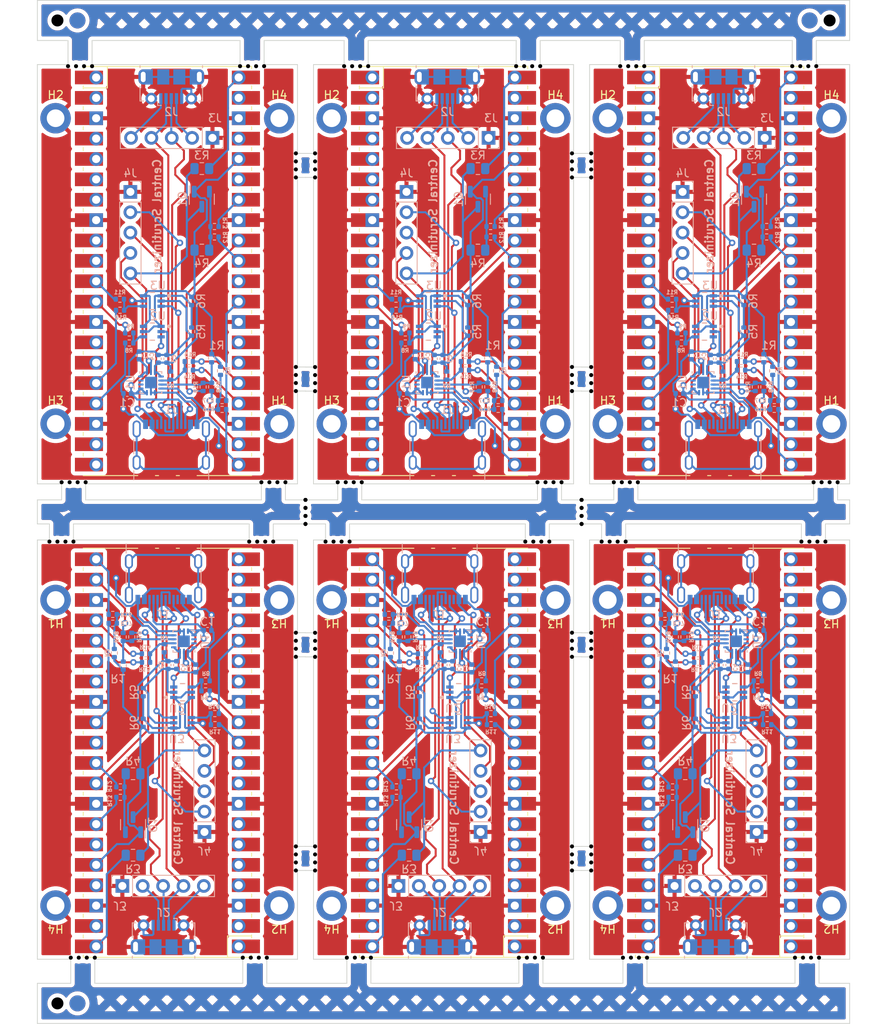
<source format=kicad_pcb>
(kicad_pcb (version 20211014) (generator pcbnew)

  (general
    (thickness 1.6)
  )

  (paper "A4")
  (layers
    (0 "F.Cu" signal)
    (31 "B.Cu" signal)
    (32 "B.Adhes" user "B.Adhesive")
    (33 "F.Adhes" user "F.Adhesive")
    (34 "B.Paste" user)
    (35 "F.Paste" user)
    (36 "B.SilkS" user "B.Silkscreen")
    (37 "F.SilkS" user "F.Silkscreen")
    (38 "B.Mask" user)
    (39 "F.Mask" user)
    (40 "Dwgs.User" user "User.Drawings")
    (41 "Cmts.User" user "User.Comments")
    (42 "Eco1.User" user "User.Eco1")
    (43 "Eco2.User" user "User.Eco2")
    (44 "Edge.Cuts" user)
    (45 "Margin" user)
    (46 "B.CrtYd" user "B.Courtyard")
    (47 "F.CrtYd" user "F.Courtyard")
    (48 "B.Fab" user)
    (49 "F.Fab" user)
    (50 "User.1" user)
    (51 "User.2" user)
    (52 "User.3" user)
    (53 "User.4" user)
    (54 "User.5" user)
    (55 "User.6" user)
    (56 "User.7" user)
    (57 "User.8" user)
    (58 "User.9" user)
  )

  (setup
    (stackup
      (layer "F.SilkS" (type "Top Silk Screen"))
      (layer "F.Paste" (type "Top Solder Paste"))
      (layer "F.Mask" (type "Top Solder Mask") (thickness 0.01))
      (layer "F.Cu" (type "copper") (thickness 0.035))
      (layer "dielectric 1" (type "core") (thickness 1.51) (material "FR4") (epsilon_r 4.5) (loss_tangent 0.02))
      (layer "B.Cu" (type "copper") (thickness 0.035))
      (layer "B.Mask" (type "Bottom Solder Mask") (thickness 0.01))
      (layer "B.Paste" (type "Bottom Solder Paste"))
      (layer "B.SilkS" (type "Bottom Silk Screen"))
      (copper_finish "None")
      (dielectric_constraints no)
    )
    (pad_to_mask_clearance 0)
    (aux_axis_origin 97.84 20)
    (grid_origin 97.84 20)
    (pcbplotparams
      (layerselection 0x00010fc_ffffffff)
      (disableapertmacros false)
      (usegerberextensions false)
      (usegerberattributes true)
      (usegerberadvancedattributes true)
      (creategerberjobfile true)
      (svguseinch false)
      (svgprecision 6)
      (excludeedgelayer true)
      (plotframeref false)
      (viasonmask false)
      (mode 1)
      (useauxorigin false)
      (hpglpennumber 1)
      (hpglpenspeed 20)
      (hpglpendiameter 15.000000)
      (dxfpolygonmode true)
      (dxfimperialunits true)
      (dxfusepcbnewfont true)
      (psnegative false)
      (psa4output false)
      (plotreference true)
      (plotvalue true)
      (plotinvisibletext false)
      (sketchpadsonfab false)
      (subtractmaskfromsilk false)
      (outputformat 1)
      (mirror false)
      (drillshape 1)
      (scaleselection 1)
      (outputdirectory "")
    )
  )

  (net 0 "")
  (net 1 "Board_0-1.2V")
  (net 2 "Board_0-3.3V")
  (net 3 "Board_0-5V")
  (net 4 "Board_0-ALT_HV_UART_RX")
  (net 5 "Board_0-ALT_HV_UART_TX")
  (net 6 "Board_0-ALT_I2C_SCL")
  (net 7 "Board_0-ALT_I2C_SDA")
  (net 8 "Board_0-ALT_INT_GPIO")
  (net 9 "Board_0-ALT_VBUS_3.3V")
  (net 10 "Board_0-CC1")
  (net 11 "Board_0-CC2")
  (net 12 "Board_0-GND")
  (net 13 "Board_0-HV_UART_RX")
  (net 14 "Board_0-HV_UART_TX")
  (net 15 "Board_0-I2C_SCL")
  (net 16 "Board_0-I2C_SDA")
  (net 17 "Board_0-INT_GPIO")
  (net 18 "Board_0-SEL_HV_UART_RX")
  (net 19 "Board_0-SEL_HV_UART_TX")
  (net 20 "Board_0-SEL_I2C_SCL")
  (net 21 "Board_0-SEL_I2C_SDA")
  (net 22 "Board_0-SEL_INT_GPIO")
  (net 23 "Board_0-SEL_VBUS_3.3V")
  (net 24 "Board_0-UART_RX")
  (net 25 "Board_0-UART_TX")
  (net 26 "Board_0-USB_DM")
  (net 27 "Board_0-USB_DP")
  (net 28 "Board_0-VBUS_3.3V")
  (net 29 "Board_0-VBUS_5V")
  (net 30 "Board_0-unconnected-(J1-PadB5)")
  (net 31 "Board_0-unconnected-(J1-PadS1)")
  (net 32 "Board_0-unconnected-(J2-Pad1)")
  (net 33 "Board_0-unconnected-(J2-Pad4)")
  (net 34 "Board_0-unconnected-(U1-Pad12)")
  (net 35 "Board_0-unconnected-(U1-Pad13)")
  (net 36 "Board_0-unconnected-(U4-Pad1)")
  (net 37 "Board_0-unconnected-(U4-Pad10)")
  (net 38 "Board_0-unconnected-(U4-Pad14)")
  (net 39 "Board_0-unconnected-(U4-Pad15)")
  (net 40 "Board_0-unconnected-(U4-Pad19)")
  (net 41 "Board_0-unconnected-(U4-Pad2)")
  (net 42 "Board_0-unconnected-(U4-Pad20)")
  (net 43 "Board_0-unconnected-(U4-Pad26)")
  (net 44 "Board_0-unconnected-(U4-Pad27)")
  (net 45 "Board_0-unconnected-(U4-Pad30)")
  (net 46 "Board_0-unconnected-(U4-Pad35)")
  (net 47 "Board_0-unconnected-(U4-Pad37)")
  (net 48 "Board_0-unconnected-(U4-Pad39)")
  (net 49 "Board_0-unconnected-(U4-Pad4)")
  (net 50 "Board_0-unconnected-(U4-Pad5)")
  (net 51 "Board_0-unconnected-(U4-Pad6)")
  (net 52 "Board_0-unconnected-(U4-Pad7)")
  (net 53 "Board_0-unconnected-(U4-Pad9)")
  (net 54 "Board_1-1.2V")
  (net 55 "Board_1-3.3V")
  (net 56 "Board_1-5V")
  (net 57 "Board_1-ALT_HV_UART_RX")
  (net 58 "Board_1-ALT_HV_UART_TX")
  (net 59 "Board_1-ALT_I2C_SCL")
  (net 60 "Board_1-ALT_I2C_SDA")
  (net 61 "Board_1-ALT_INT_GPIO")
  (net 62 "Board_1-ALT_VBUS_3.3V")
  (net 63 "Board_1-CC1")
  (net 64 "Board_1-CC2")
  (net 65 "Board_1-GND")
  (net 66 "Board_1-HV_UART_RX")
  (net 67 "Board_1-HV_UART_TX")
  (net 68 "Board_1-I2C_SCL")
  (net 69 "Board_1-I2C_SDA")
  (net 70 "Board_1-INT_GPIO")
  (net 71 "Board_1-SEL_HV_UART_RX")
  (net 72 "Board_1-SEL_HV_UART_TX")
  (net 73 "Board_1-SEL_I2C_SCL")
  (net 74 "Board_1-SEL_I2C_SDA")
  (net 75 "Board_1-SEL_INT_GPIO")
  (net 76 "Board_1-SEL_VBUS_3.3V")
  (net 77 "Board_1-UART_RX")
  (net 78 "Board_1-UART_TX")
  (net 79 "Board_1-USB_DM")
  (net 80 "Board_1-USB_DP")
  (net 81 "Board_1-VBUS_3.3V")
  (net 82 "Board_1-VBUS_5V")
  (net 83 "Board_1-unconnected-(J1-PadB5)")
  (net 84 "Board_1-unconnected-(J1-PadS1)")
  (net 85 "Board_1-unconnected-(J2-Pad1)")
  (net 86 "Board_1-unconnected-(J2-Pad4)")
  (net 87 "Board_1-unconnected-(U1-Pad12)")
  (net 88 "Board_1-unconnected-(U1-Pad13)")
  (net 89 "Board_1-unconnected-(U4-Pad1)")
  (net 90 "Board_1-unconnected-(U4-Pad10)")
  (net 91 "Board_1-unconnected-(U4-Pad14)")
  (net 92 "Board_1-unconnected-(U4-Pad15)")
  (net 93 "Board_1-unconnected-(U4-Pad19)")
  (net 94 "Board_1-unconnected-(U4-Pad2)")
  (net 95 "Board_1-unconnected-(U4-Pad20)")
  (net 96 "Board_1-unconnected-(U4-Pad26)")
  (net 97 "Board_1-unconnected-(U4-Pad27)")
  (net 98 "Board_1-unconnected-(U4-Pad30)")
  (net 99 "Board_1-unconnected-(U4-Pad35)")
  (net 100 "Board_1-unconnected-(U4-Pad37)")
  (net 101 "Board_1-unconnected-(U4-Pad39)")
  (net 102 "Board_1-unconnected-(U4-Pad4)")
  (net 103 "Board_1-unconnected-(U4-Pad5)")
  (net 104 "Board_1-unconnected-(U4-Pad6)")
  (net 105 "Board_1-unconnected-(U4-Pad7)")
  (net 106 "Board_1-unconnected-(U4-Pad9)")
  (net 107 "Board_2-1.2V")
  (net 108 "Board_2-3.3V")
  (net 109 "Board_2-5V")
  (net 110 "Board_2-ALT_HV_UART_RX")
  (net 111 "Board_2-ALT_HV_UART_TX")
  (net 112 "Board_2-ALT_I2C_SCL")
  (net 113 "Board_2-ALT_I2C_SDA")
  (net 114 "Board_2-ALT_INT_GPIO")
  (net 115 "Board_2-ALT_VBUS_3.3V")
  (net 116 "Board_2-CC1")
  (net 117 "Board_2-CC2")
  (net 118 "Board_2-GND")
  (net 119 "Board_2-HV_UART_RX")
  (net 120 "Board_2-HV_UART_TX")
  (net 121 "Board_2-I2C_SCL")
  (net 122 "Board_2-I2C_SDA")
  (net 123 "Board_2-INT_GPIO")
  (net 124 "Board_2-SEL_HV_UART_RX")
  (net 125 "Board_2-SEL_HV_UART_TX")
  (net 126 "Board_2-SEL_I2C_SCL")
  (net 127 "Board_2-SEL_I2C_SDA")
  (net 128 "Board_2-SEL_INT_GPIO")
  (net 129 "Board_2-SEL_VBUS_3.3V")
  (net 130 "Board_2-UART_RX")
  (net 131 "Board_2-UART_TX")
  (net 132 "Board_2-USB_DM")
  (net 133 "Board_2-USB_DP")
  (net 134 "Board_2-VBUS_3.3V")
  (net 135 "Board_2-VBUS_5V")
  (net 136 "Board_2-unconnected-(J1-PadB5)")
  (net 137 "Board_2-unconnected-(J1-PadS1)")
  (net 138 "Board_2-unconnected-(J2-Pad1)")
  (net 139 "Board_2-unconnected-(J2-Pad4)")
  (net 140 "Board_2-unconnected-(U1-Pad12)")
  (net 141 "Board_2-unconnected-(U1-Pad13)")
  (net 142 "Board_2-unconnected-(U4-Pad1)")
  (net 143 "Board_2-unconnected-(U4-Pad10)")
  (net 144 "Board_2-unconnected-(U4-Pad14)")
  (net 145 "Board_2-unconnected-(U4-Pad15)")
  (net 146 "Board_2-unconnected-(U4-Pad19)")
  (net 147 "Board_2-unconnected-(U4-Pad2)")
  (net 148 "Board_2-unconnected-(U4-Pad20)")
  (net 149 "Board_2-unconnected-(U4-Pad26)")
  (net 150 "Board_2-unconnected-(U4-Pad27)")
  (net 151 "Board_2-unconnected-(U4-Pad30)")
  (net 152 "Board_2-unconnected-(U4-Pad35)")
  (net 153 "Board_2-unconnected-(U4-Pad37)")
  (net 154 "Board_2-unconnected-(U4-Pad39)")
  (net 155 "Board_2-unconnected-(U4-Pad4)")
  (net 156 "Board_2-unconnected-(U4-Pad5)")
  (net 157 "Board_2-unconnected-(U4-Pad6)")
  (net 158 "Board_2-unconnected-(U4-Pad7)")
  (net 159 "Board_2-unconnected-(U4-Pad9)")
  (net 160 "Board_3-1.2V")
  (net 161 "Board_3-3.3V")
  (net 162 "Board_3-5V")
  (net 163 "Board_3-ALT_HV_UART_RX")
  (net 164 "Board_3-ALT_HV_UART_TX")
  (net 165 "Board_3-ALT_I2C_SCL")
  (net 166 "Board_3-ALT_I2C_SDA")
  (net 167 "Board_3-ALT_INT_GPIO")
  (net 168 "Board_3-ALT_VBUS_3.3V")
  (net 169 "Board_3-CC1")
  (net 170 "Board_3-CC2")
  (net 171 "Board_3-GND")
  (net 172 "Board_3-HV_UART_RX")
  (net 173 "Board_3-HV_UART_TX")
  (net 174 "Board_3-I2C_SCL")
  (net 175 "Board_3-I2C_SDA")
  (net 176 "Board_3-INT_GPIO")
  (net 177 "Board_3-SEL_HV_UART_RX")
  (net 178 "Board_3-SEL_HV_UART_TX")
  (net 179 "Board_3-SEL_I2C_SCL")
  (net 180 "Board_3-SEL_I2C_SDA")
  (net 181 "Board_3-SEL_INT_GPIO")
  (net 182 "Board_3-SEL_VBUS_3.3V")
  (net 183 "Board_3-UART_RX")
  (net 184 "Board_3-UART_TX")
  (net 185 "Board_3-USB_DM")
  (net 186 "Board_3-USB_DP")
  (net 187 "Board_3-VBUS_3.3V")
  (net 188 "Board_3-VBUS_5V")
  (net 189 "Board_3-unconnected-(J1-PadB5)")
  (net 190 "Board_3-unconnected-(J1-PadS1)")
  (net 191 "Board_3-unconnected-(J2-Pad1)")
  (net 192 "Board_3-unconnected-(J2-Pad4)")
  (net 193 "Board_3-unconnected-(U1-Pad12)")
  (net 194 "Board_3-unconnected-(U1-Pad13)")
  (net 195 "Board_3-unconnected-(U4-Pad1)")
  (net 196 "Board_3-unconnected-(U4-Pad10)")
  (net 197 "Board_3-unconnected-(U4-Pad14)")
  (net 198 "Board_3-unconnected-(U4-Pad15)")
  (net 199 "Board_3-unconnected-(U4-Pad19)")
  (net 200 "Board_3-unconnected-(U4-Pad2)")
  (net 201 "Board_3-unconnected-(U4-Pad20)")
  (net 202 "Board_3-unconnected-(U4-Pad26)")
  (net 203 "Board_3-unconnected-(U4-Pad27)")
  (net 204 "Board_3-unconnected-(U4-Pad30)")
  (net 205 "Board_3-unconnected-(U4-Pad35)")
  (net 206 "Board_3-unconnected-(U4-Pad37)")
  (net 207 "Board_3-unconnected-(U4-Pad39)")
  (net 208 "Board_3-unconnected-(U4-Pad4)")
  (net 209 "Board_3-unconnected-(U4-Pad5)")
  (net 210 "Board_3-unconnected-(U4-Pad6)")
  (net 211 "Board_3-unconnected-(U4-Pad7)")
  (net 212 "Board_3-unconnected-(U4-Pad9)")
  (net 213 "Board_4-1.2V")
  (net 214 "Board_4-3.3V")
  (net 215 "Board_4-5V")
  (net 216 "Board_4-ALT_HV_UART_RX")
  (net 217 "Board_4-ALT_HV_UART_TX")
  (net 218 "Board_4-ALT_I2C_SCL")
  (net 219 "Board_4-ALT_I2C_SDA")
  (net 220 "Board_4-ALT_INT_GPIO")
  (net 221 "Board_4-ALT_VBUS_3.3V")
  (net 222 "Board_4-CC1")
  (net 223 "Board_4-CC2")
  (net 224 "Board_4-GND")
  (net 225 "Board_4-HV_UART_RX")
  (net 226 "Board_4-HV_UART_TX")
  (net 227 "Board_4-I2C_SCL")
  (net 228 "Board_4-I2C_SDA")
  (net 229 "Board_4-INT_GPIO")
  (net 230 "Board_4-SEL_HV_UART_RX")
  (net 231 "Board_4-SEL_HV_UART_TX")
  (net 232 "Board_4-SEL_I2C_SCL")
  (net 233 "Board_4-SEL_I2C_SDA")
  (net 234 "Board_4-SEL_INT_GPIO")
  (net 235 "Board_4-SEL_VBUS_3.3V")
  (net 236 "Board_4-UART_RX")
  (net 237 "Board_4-UART_TX")
  (net 238 "Board_4-USB_DM")
  (net 239 "Board_4-USB_DP")
  (net 240 "Board_4-VBUS_3.3V")
  (net 241 "Board_4-VBUS_5V")
  (net 242 "Board_4-unconnected-(J1-PadB5)")
  (net 243 "Board_4-unconnected-(J1-PadS1)")
  (net 244 "Board_4-unconnected-(J2-Pad1)")
  (net 245 "Board_4-unconnected-(J2-Pad4)")
  (net 246 "Board_4-unconnected-(U1-Pad12)")
  (net 247 "Board_4-unconnected-(U1-Pad13)")
  (net 248 "Board_4-unconnected-(U4-Pad1)")
  (net 249 "Board_4-unconnected-(U4-Pad10)")
  (net 250 "Board_4-unconnected-(U4-Pad14)")
  (net 251 "Board_4-unconnected-(U4-Pad15)")
  (net 252 "Board_4-unconnected-(U4-Pad19)")
  (net 253 "Board_4-unconnected-(U4-Pad2)")
  (net 254 "Board_4-unconnected-(U4-Pad20)")
  (net 255 "Board_4-unconnected-(U4-Pad26)")
  (net 256 "Board_4-unconnected-(U4-Pad27)")
  (net 257 "Board_4-unconnected-(U4-Pad30)")
  (net 258 "Board_4-unconnected-(U4-Pad35)")
  (net 259 "Board_4-unconnected-(U4-Pad37)")
  (net 260 "Board_4-unconnected-(U4-Pad39)")
  (net 261 "Board_4-unconnected-(U4-Pad4)")
  (net 262 "Board_4-unconnected-(U4-Pad5)")
  (net 263 "Board_4-unconnected-(U4-Pad6)")
  (net 264 "Board_4-unconnected-(U4-Pad7)")
  (net 265 "Board_4-unconnected-(U4-Pad9)")
  (net 266 "Board_5-1.2V")
  (net 267 "Board_5-3.3V")
  (net 268 "Board_5-5V")
  (net 269 "Board_5-ALT_HV_UART_RX")
  (net 270 "Board_5-ALT_HV_UART_TX")
  (net 271 "Board_5-ALT_I2C_SCL")
  (net 272 "Board_5-ALT_I2C_SDA")
  (net 273 "Board_5-ALT_INT_GPIO")
  (net 274 "Board_5-ALT_VBUS_3.3V")
  (net 275 "Board_5-CC1")
  (net 276 "Board_5-CC2")
  (net 277 "Board_5-GND")
  (net 278 "Board_5-HV_UART_RX")
  (net 279 "Board_5-HV_UART_TX")
  (net 280 "Board_5-I2C_SCL")
  (net 281 "Board_5-I2C_SDA")
  (net 282 "Board_5-INT_GPIO")
  (net 283 "Board_5-SEL_HV_UART_RX")
  (net 284 "Board_5-SEL_HV_UART_TX")
  (net 285 "Board_5-SEL_I2C_SCL")
  (net 286 "Board_5-SEL_I2C_SDA")
  (net 287 "Board_5-SEL_INT_GPIO")
  (net 288 "Board_5-SEL_VBUS_3.3V")
  (net 289 "Board_5-UART_RX")
  (net 290 "Board_5-UART_TX")
  (net 291 "Board_5-USB_DM")
  (net 292 "Board_5-USB_DP")
  (net 293 "Board_5-VBUS_3.3V")
  (net 294 "Board_5-VBUS_5V")
  (net 295 "Board_5-unconnected-(J1-PadB5)")
  (net 296 "Board_5-unconnected-(J1-PadS1)")
  (net 297 "Board_5-unconnected-(J2-Pad1)")
  (net 298 "Board_5-unconnected-(J2-Pad4)")
  (net 299 "Board_5-unconnected-(U1-Pad12)")
  (net 300 "Board_5-unconnected-(U1-Pad13)")
  (net 301 "Board_5-unconnected-(U4-Pad1)")
  (net 302 "Board_5-unconnected-(U4-Pad10)")
  (net 303 "Board_5-unconnected-(U4-Pad14)")
  (net 304 "Board_5-unconnected-(U4-Pad15)")
  (net 305 "Board_5-unconnected-(U4-Pad19)")
  (net 306 "Board_5-unconnected-(U4-Pad2)")
  (net 307 "Board_5-unconnected-(U4-Pad20)")
  (net 308 "Board_5-unconnected-(U4-Pad26)")
  (net 309 "Board_5-unconnected-(U4-Pad27)")
  (net 310 "Board_5-unconnected-(U4-Pad30)")
  (net 311 "Board_5-unconnected-(U4-Pad35)")
  (net 312 "Board_5-unconnected-(U4-Pad37)")
  (net 313 "Board_5-unconnected-(U4-Pad39)")
  (net 314 "Board_5-unconnected-(U4-Pad4)")
  (net 315 "Board_5-unconnected-(U4-Pad5)")
  (net 316 "Board_5-unconnected-(U4-Pad6)")
  (net 317 "Board_5-unconnected-(U4-Pad7)")
  (net 318 "Board_5-unconnected-(U4-Pad9)")

  (footprint "NPTH" (layer "F.Cu") (at 164.52 128.47))

  (footprint "NPTH" (layer "F.Cu") (at 166.92 99.84))

  (footprint "NPTH" (layer "F.Cu") (at 132.48 41.07))

  (footprint "NPTH" (layer "F.Cu") (at 103.86 80.07))

  (footprint "NPTH" (layer "F.Cu") (at 158.7 87.47))

  (footprint "NPTH" (layer "F.Cu") (at 192.34 139.34))

  (footprint "NPTH" (layer "F.Cu") (at 196.66 80.07))

  (footprint "NPTH" (layer "F.Cu") (at 132.48 66.71))

  (footprint "NPTH" (layer "F.Cu") (at 103.66 28.2))

  (footprint "NPTH" (layer "F.Cu") (at 161.7 87.47))

  (footprint "NPTH" (layer "F.Cu") (at 165.72 84.27))

  (footprint "NPTH" (layer "F.Cu") (at 136.3 80.07))

  (footprint "NPTH" (layer "F.Cu") (at 157.56 28.2))

  (footprint "NPTH" (layer "F.Cu") (at 160.9 139.34))

  (footprint "MCU_RaspberryPi_and_Boards:RPi_Pico_SMD_Version_H" (layer "F.Cu") (at 114.06 113.8 180))

  (footprint "MountingHole:MountingHole_2.2mm_M2_DIN965_Pad_TopBottom" (layer "F.Cu") (at 128.01 132.85 180))

  (footprint "NPTH" (layer "F.Cu") (at 139.44 139.34))

  (footprint "MountingHole:MountingHole_2.2mm_M2_DIN965_Pad_TopBottom" (layer "F.Cu") (at 128 94.76 180))

  (footprint "NPTH" (layer "F.Cu") (at 137.44 139.34))

  (footprint "NPTH" (layer "F.Cu") (at 125.78 80.07))

  (footprint "NPTH" (layer "F.Cu") (at 126.46 139.34))

  (footprint "NPTH" (layer "F.Cu") (at 132.48 128.47))

  (footprint "NPTH" (layer "F.Cu") (at 132.48 67.71))

  (footprint "NPTH" (layer "F.Cu") (at 171.88 139.34))

  (footprint "NPTH" (layer "F.Cu") (at 165.72 83.27))

  (footprint "NPTH" (layer "F.Cu") (at 137.1 28.2))

  (footprint "NPTH" (layer "F.Cu") (at 164.52 101.83))

  (footprint "NPTH" (layer "F.Cu") (at 100.34 145.04))

  (footprint "NPTH" (layer "F.Cu") (at 163.22 80.07))

  (footprint "NPTH" (layer "F.Cu") (at 172.88 139.34))

  (footprint "NPTH" (layer "F.Cu") (at 137.3 80.07))

  (footprint "NPTH" (layer "F.Cu") (at 131.28 84.27))

  (footprint "NPTH" (layer "F.Cu") (at 159.7 87.47))

  (footprint "MountingHole:MountingHole_2.2mm_M2_DIN965_Pad_TopBottom" (layer "F.Cu") (at 168.99 34.69))

  (footprint "NPTH" (layer "F.Cu") (at 131.28 82.27))

  (footprint "NPTH" (layer "F.Cu") (at 158.9 139.34))

  (footprint "NPTH" (layer "F.Cu") (at 170.54 28.2))

  (footprint "NPTH" (layer "F.Cu") (at 162.22 80.07))

  (footprint "NPTH" (layer "F.Cu") (at 132.48 100.84))

  (footprint "MCU_RaspberryPi_and_Boards:RPi_Pico_SMD_Version_H" (layer "F.Cu") (at 148.5 113.8 180))

  (footprint "NPTH" (layer "F.Cu") (at 138.3 80.07))

  (footprint "NPTH" (layer "F.Cu") (at 193 28.2))

  (footprint "NPTH" (layer "F.Cu") (at 132.48 39.07))

  (footprint "NPTH" (layer "F.Cu") (at 131.28 82.27))

  (footprint "NPTH" (layer "F.Cu") (at 170.74 80.07))

  (footprint "NPTH" (layer "F.Cu") (at 132.48 125.47))

  (footprint "NPTH" (layer "F.Cu") (at 125.46 139.34))

  (footprint "NPTH" (layer "F.Cu") (at 195 28.2))

  (footprint "NPTH" (layer "F.Cu") (at 130.08 40.07))

  (footprint "MCU_RaspberryPi_and_Boards:RPi_Pico_SMD_Version_H" (layer "F.Cu") (at 114.06 53.74))

  (footprint "NPTH" (layer "F.Cu") (at 130.08 65.7))

  (footprint "NPTH" (layer "F.Cu") (at 173.54 28.2))

  (footprint "NPTH" (layer "F.Cu") (at 169.22 87.47))

  (footprint "NPTH" (layer "F.Cu") (at 138.1 28.2))

  (footprint "NPTH" (layer "F.Cu") (at 127.26 87.47))

  (footprint "NPTH" (layer "F.Cu") (at 196.66 22.5))

  (footprint "MountingHole:MountingHole_2.2mm_M2_DIN965_Pad_TopBottom" (layer "F.Cu") (at 162.45 34.69))

  (footprint "NPTH" (layer "F.Cu") (at 169.74 80.07))

  (footprint "NPTH" (layer "F.Cu") (at 130.08 98.83))

  (footprint "NPTH" (layer "F.Cu") (at 165.72 82.27))

  (footprint "NPTH" (layer "F.Cu") (at 194.34 139.34))

  (footprint "NPTH" (layer "F.Cu") (at 170.22 87.47))

  (footprint "MountingHole:MountingHole_2.2mm_M2_DIN965_Pad_TopBottom" (layer "F.Cu") (at 134.55 94.75 180))

  (footprint "NPTH" (layer "F.Cu") (at 164.52 42.07))

  (footprint "NPTH" (layer "F.Cu") (at 164.52 66.7))

  (footprint "NPTH" (layer "F.Cu") (at 101.34 87.47))

  (footprint "NPTH" (layer "F.Cu") (at 124.12 28.2))

  (footprint "NPTH" (layer "F.Cu") (at 166.92 128.47))

  (footprint "MCU_RaspberryPi_and_Boards:RPi_Pico_SMD_Version_H" locked (layer "F.Cu")
    (tedit 6224DF39) (tstamp 54b156d7-39fb-466d-ab68-ef1b69a781a4)
    (at 182.94 113.8 180)
    (descr "Through hole straight pin header, 2x20, 2.54mm pitch, double rows")
    (tags "Through hole pin header THT 2x20 2.54mm double row")
    (property "Sheetfile" "m1-ubmc.kicad_sch")
    (property "Sheetname" "")
    (property "exclude_from_bom" "")
    (path "/50453bbd-f5bd-4bcb-bbec-e0069d7fc6a8")
    (attr through_hole exclude_from_bom)
    (fp_text reference "U4" (at 0 0 180 unlocked) (layer "F.SilkS") hide
      (effects (font (size 1 1) (thickness 0.15)))
      (tstamp 26cc474d-5df3-41ac-a917-d8bfb5782cdf)
    )
    (fp_text value "Pico" (at 0 2.159 180 unlocked) (layer "F.Fab") hide
      (effects (font (size 1 1) (thickness 0.15)))
      (tstamp 80833115-dd4d-48a5-88a4-a7a4cb0bf45f)
    )
    (fp_text user "VBUS" (at 13.3 -24.2 225 unlocked) (layer "F.SilkS") hide
      (effects (font (size 0.8 0.8) (thickness 0.15)))
      (tstamp 006f9710-938a-4265-a225-95c1b7ff0597)
    )
    (fp_text user "GP22" (at 13.054 3.81 225 unlocked) (layer "F.SilkS") hide
      (effects (font (size 0.8 0.8) (thickness 0.15)))
      (tstamp 00afd39c-c5b2-4f12-94f5-4010e96347d7)
    )
    (fp_text user "GP15" (at -13.054 24.13 225 unlocked) (layer "F.SilkS") hide
      (effects (font (size 0.8 0.8) (thickness 0.15)))
      (tstamp 02177cf8-0f92-4fc8-81af-70d602f063b5)
    )
    (fp_text user "GND" (at -12.8 6.35 225 unlocked) (layer "F.SilkS") hide
      (effects (font (size 0.8 0.8) (thickness 0.15)))
      (tstamp 0314de79-411d-448f-bdb3-3c852597322a)
    )
    (fp_text user "GP8" (at -12.8 1.27 225 unlocked) (layer "F.SilkS") hide
      (effects (font (size 0.8 0.8) (thickness 0.15)))
      (tstamp 039b5b32-81e2-4771-91ea-ff1ef785acff)
    )
    (fp_text user "SWDIO" (at 5.6 26.2 180 unlocked) (layer "F.SilkS") hide
      (effects (font (size 0.8 0.8) (thickness 0.15)))
      (tstamp 09a17b91-dd65-4ac9-b1ad-fdebab71f3be)
    )
    (fp_text user "GP1" (at -12.9 -21.6 225 unlocked) (layer "F.SilkS") hide
      (effects (font (size 0.8 0.8) (thickness 0.15)))
      (tstamp 10ae753e-4f3a-4e8f-8977-3c4be607c474)
    )
    (fp_text user "GP6" (at -12.8 -3.81 225 unlocked) (layer "F.SilkS") hide
      (effects (font (size 0.8 0.8) (thickness 0.15)))
      (tstamp 10e724e7-3873-44ad-8d41-d6a0dca1f795)
    )
    (fp_text user "GP4" (at -12.8 -11.43 225 unlocked) (layer "F.SilkS") hide
      (effects (font (size 0.8 0.8) (thickness 0.15)))
      (tstamp 123b6581-01d1-4b77-b7f7-7d249bbb22e7)
    )
    (fp_text user "GP20" (at 13.054 11.43 225 unlocked) (layer "F.SilkS") hide
      (effects (font (size 0.8 0.8) (thickness 0.15)))
      (tstamp 17237c25-50a7-433e-9242-f2a1197291bf)
    )
    (fp_text user "GND" (at -12.8 -19.05 225 unlocked) (layer "F.SilkS") hide
      (effects (font (size 0.8 0.8) (thickness 0.15)))
      (tstamp 2fed4908-43e1-4204-bdd5-4f17bceb3152)
    )
    (fp_text user "GP19" (at 13.054 13.97 225 unlocked) (layer "F.SilkS") hide
      (effects (font (size 0.8 0.8) (thickness 0.15)))
      (tstamp 33c1daca-3ba0-407a-8e7d-d235b5bc0d7d)
    )
    (fp_text user "ADC_VREF" (at 14 -12.5 225 unlocked) (layer "F.SilkS") hide
      (effects (font (size 0.8 0.8) (thickness 0.15)))
      (tstamp 40c41837-c19e-47f7-b22c-162ab9a91254)
    )
    (fp_text user "GP27" (at 13.054 -3.8 225 unlocked) (layer "F.SilkS") hide
      (effects (font (size 0.8 0.8) (thickness 0.15)))
      (tstamp 4a3c4e0c-e809-4fbd-9f06-f4876ab2ba13)
    )
    (fp_text user "AGND" (at 13.054 -6.35 225 unlocked) (layer "F.SilkS") hide
      (effects (font (size 0.8 0.8) (thickness 0.15)))
      (tstamp 4fd9c1a1-85bd-4478-a519-ac212e9cc85c)
    )
    (fp_text user "3V3_EN" (at 13.7 -17.2 225 unlocked) (layer "F.SilkS") hide
      (effects (font (size 0.8 0.8) (thickness 0.15)))
      (tstamp 53e35903-8a76-4c2f-873e-d1d6db5e5ded)
    )
    (fp_text user "GP9" (at -12.8 3.81 225 unlocked) (layer "F.SilkS") hide
      (effects (font (size 0.8 0.8) (thickness 0.15)))
      (tstamp 58c9f2ba-88c2-4359-9088-d2af1711e9c0)
    )
    (fp_text user "GP5" (at -12.8 -8.89 225 unlocked) (layer "F.SilkS") hide
      (effects (font (size 0.8 0.8) (thickness 0.15)))
      (tstamp 6289f70f-4a6f-4735-8b89-101d9055bd2a)
    )
    (fp_text user "GP3" (at -12.8 -13.97 225 unlocked) (layer "F.SilkS") hide
      (effects (font (size 0.8 0.8) (thickness 0.15)))
      (tstamp 77985553-d2bb-4e6c-96f6-c698470cea87)
    )
    (fp_text user "VSYS" (at 13.2 -21.59 225 unlocked) (layer "F.SilkS") hide
      (effects (font (size 0.8 0.8) (thickness 0.15)))
      (tstamp 821a8ded-caa0-4b5c-8ebf-0c225dc4faa2)
    )
    (fp_text user "GND" (at -12.8 19.05 225 unlocked) (layer "F.SilkS") hide
      (effects (font (size 0.8 0.8) (thickness 0.15)))
      (tstamp 87034718-dee0-43e2-979c-dabfb92487c5)
    )
    (fp_text user "GP16" (at 13.054 24.13 225 unlocked) (layer "F.SilkS") hide
      (effects (font (size 0.8 0.8) (thickness 0.15)))
      (tstamp 87fcf097-62cf-46ec-a457-9968c9e57d1b)
    )
    (fp_text user "GP7" (at -12.7 -1.3 225 unlocked) (layer "F.SilkS") hide
      (effects (font (size 0.8 0.8) (thickness 0.15)))
      (tstamp 88520a6d-4896-4bea-a998-b41b219263e1)
    )
    (fp_text user "GP2" (at -12.9 -16.51 225 unlocked) (layer "F.SilkS") hide
      (effects (font (size 0.8 0.8) (thickness 0.15)))
      (tstamp 893aa47e-676c-4269-882a-c93971000b07)
    )
    (fp_text user "GP12" (at -13.2 13.97 225 unlocked) (layer "F.SilkS") hide
      (effects (font (size 0.8 0.8) (thickness 0.15)))
      (tstamp 8c74303d-cd0b-4855-9f6d-4d0d533b4879)
    )
    (fp_text user "GP18" (at 13.054 16.51 225 unlocked) (layer "F.SilkS") hide
      (effects (font (size 0.8 0.8) (thickness 0.15)))
      (tstamp 9e0e4e20-61a2-4f2c-9400-6390dbb05700)
    )
    (fp_text user "GND" (at -12.8 -6.35 225 unlocked) (layer "F.SilkS") hide
      (effects (font (size 0.8 0.8) (thickness 0.15)))
      (tstamp a3ad280e-4e9d-4dff-82e4-befc844f9f7d)
    )
    (fp_text user "GP0" (at -12.8 -24.13 225 unlocked) (layer "F.SilkS") hide
      (effects (font (size 0.8 0.8) (thickness 0.15)))
      (tstamp a85ade81-d5de-48c1-a922-352968ec40ba)
    )
    (fp_text user "GP14" (at -13.1 21.59 225 unlocked) (layer "F.SilkS") hide
      (effects (font (size 0.8 0.8) (thickness 0.15)))
      (tstamp af2e6978-9aea-4fdc-820d-2a8ce145d143)
    )
    (fp_text user "GP11" (at -13.2 11.43 225 unlocked) (layer "F.SilkS") hide
      (effects (font (size 0.8 0.8) (thickness 0.15)))
      (tstamp b52a42c6-4e6a-4a27-855d-b8fdce2c3b01)
    )
    (fp_text user "GP10" (at -13.054 8.89 225 unlocked) (layer "F.SilkS") hide
      (effects (font (size 0.8 0.8) (thickness 0.15)))
      (tstamp b6c959b5-8382-4dad-a7c1-05766f57e501)
    )
    (fp_text user "GP26" (at 13.054 -1.27 225 unlocked) (layer "F.SilkS") hide
      (effects (font (size 0.8 0.8) (thickness 0.15)))
      (tstamp bfe91a5a-932d-42ef-8608-0b1b5fcc49a4)
    )
    (fp_text user "GP13" (at -13.054 16.51 225 unlocked) (layer "F.SilkS") hide
      (effects (font (size 0.8 0.8) (thickness 0.15)))
      (tstamp d8e18ad6-1984-4386-814a-c73114853bc9)
    )
    (fp_text user "SWCLK" (at -5.7 26.2 180 unlocked) (layer "F.SilkS") hide
      (effects (font (size 0.8 0.8) (thickness 0.15)))
      (tstamp e40b2c60-8630-44cf-ab0b-361d3fdd73de)
    )
    (fp_text user "RUN" (at 13 1.27 225 unlocked) (layer "F.SilkS") hide
      (effects (font (size 0.8 0.8) (thickness 0.15)))
      (tstamp ea4c1f12-2428-41d0-a4ea-4f227e485c0a)
    )
    (fp_text user "GND" (at 12.8 19.05 225 unlocked) (layer "F.SilkS") hide
      (effects (font (size 0.8 0.8) (thickness 0.15)))
      (tstamp ecb53379-b30e-4387-95bf-a9e4d8e2d190)
    )
    (fp_text user "GP17" (at 13.054 21.59 225 unlocked) (layer "F.SilkS") hide
      (effects (font (size 0.8 0.8) (thickness 0.15)))
      (tstamp eda518db-523a-4fde-88ed-020b07201698)
    )
    (fp_text user "GP28" (at 13.054 -9.144 225 unlocked) (layer "F.SilkS") hide
      (effects (font (size 0.8 0.8) (thickness 0.15)))
      (tstamp ee26acc7-1501-4e31-8fee-d61e5d20f147)
    )
    (fp_text user "GND" (at 12.8 6.35 225 unlocked) (layer "F.SilkS") hide
      (effects (font (size 0.8 0.8) (thickness 0.15)))
      (tstamp f1d79448-210b-4391-be50-7430591df0f1)
    )
    (fp_text user "3V3" (at 12.9 -13.9 225 unlocked) (layer "F.SilkS") hide
      (effects (font (size 0.8 0.8) (thickness 0.15)))
      (tstamp fbe4d936-e3c6-4a00-9822-7a93411650ef)
    )
    (fp_text user "GP21" (at 13.054 8.9 225 unlocked) (layer "F.SilkS") hide
      (effects (font (size 0.8 0.8) (thickness 0.15)))
      (tstamp fe23b092-ebcf-446d-9346-5cc2149b9732)
    )
    (fp_text user "GND" (at 12.8 -19.05 225 unlocked) (layer "F.SilkS") hide
      (effects (font (size 0.8 0.8) (thickness 0.15)))
      (tstamp fefc68da-b5e3-48ac-8ec5-aa52e6c490dc)
    )
    (fp_text user "Copper Keepouts shown on Dwgs layer" (at 0.1 -30.2 180 unlocked) (layer "Cmts.User") hide
      (effects (font (size 1 1) (thickness 0.15)))
      (tstamp 4c5b9139-226e-444c-a386-b8ae7147878b)
    )
    (fp_text user "${REFERENCE}" (at 0 0 180 unlocked) (layer "F.Fab") hide
      (effects (font (size 1 1) (thickness 0.15)))
      (tstamp e24bc3a5-d63e-4f30-92e6-babcfeefccb5)
    )
    (fp_line (start -10.5 -2.7) (end -10.5 -2.3) (layer "F.SilkS") (width 0.12) (tstamp 076949c5-179b-409d-bf31-173a3df56d89))
    (fp_line (start -10.5 10) (end -10.5 10.4) (layer "F.SilkS") (width 0.12) (tstamp 0bff84fe-16a0-4cdc-95f4-95568633d70e))
    (fp_line (start -10.5 20.1) (end -10.5 20.5) (layer "F.SilkS") (width 0.12) (tstamp 0dbdee22-c0e9-419a-a3e1-0bc1b5431281))
    (fp_line (start 10.5 -23.1) (end 10.5 -22.7) (layer "F.SilkS") (width 0.12) (tstamp 0fca0a05-320d-4290-ba25-2f038b85a4a0))
    (fp_line (start -10.5 -20.5) (end -10.5 -20.1) (layer "F.SilkS") (width 0.12) (tstamp 132782ab-a296-450d-bd72-af639d12a0f1))
    (fp_line (start -10.5 -5.3) (end -10.5 -4.9) (layer "F.SilkS") (width 0.12) (tstamp 142fce50-c21e-4348-adc8-cd25d5c07ea0))
    (fp_line (start 1.1 25.5) (end 1.5 25.5) (layer "F.SilkS") (width 0.12) (tstamp 23dcf744-68b1-4d86-8c76-cf878491e149))
    (fp_line (start -10.5 -25.5) (end 10.5 -25.5) (layer "F.SilkS") (width 0.12) (tstamp 31398a15-265a-4541-8c54-5961746490b7))
    (fp_line (start 10.5 -20.5) (end 10.5 -20.1) (layer "F.SilkS") (width 0.12) (tstamp 31615ac8-cfe5-454f-8e74-78e7b0f24cbf))
    (fp_line (start 10.5 15.1) (end 10.5 15.5) (layer "F.SilkS") (width 0.12) (tstamp 3257b446-5c49-4a78-b1eb-113dc6bbdd45))
    (fp_line (start 10.5 10) (end 10.5 10.4) (layer "F.SilkS") (width 0.12) (tstamp 3974a0a0-f6b0-49fc-98f2-daf05438e2f2))
    (fp_line (start -3.7 25.5) (end -10.5 25.5) (layer "F.SilkS") (width 0.12) (tstamp 39d327d7-d4dd-4d97-adf0-8c8110ce9491))
    (fp_line (start 10.5 -15.4) (end 10.5 -15) (layer "F.SilkS") (width 0.12) (tstamp 3ab6a23c-af23-4c68-92e3-00dd5dcc8927))
    (fp_line (start -10.5 15.1) (end -10.5 15.5) (layer "F.SilkS") (width 0.12) (tstamp 3fcbcb85-5c42-4c7c-8be5-109301e4275c))
    (fp_line (start 10.5 17.6) (end 10.5 18) (layer "F.SilkS") (width 0.12) (tstamp 509e6da5-375b-4bb4-9d2c-130d17028b12))
    (fp_line (start -10.5 -22.833) (end -7.493 -22.833) (layer "F.SilkS") (width 0.12) (tstamp 55d0b4b0-3e3e-459b-8009-5d8383b1b8a7))
    (fp_line (start 10.5 -2.7) (end 10.5 -2.3) (layer "F.SilkS") (width 0.12) (tstamp 565d107b-563b-4158-bd06-0f1d3b2ddde1))
    (fp_line (start 10.5 22.7) (end 10.5 23.1) (layer "F.SilkS") (width 0.12) (tstamp 58ba36fc-e084-4e96-8b59-d99bd4ee8bd6))
    (fp_line (start -10.5 4.9) (end -10.5 5.3) (layer "F.SilkS") (width 0.12) (tstamp 59d7e585-fa24-48b2-aa88-ac76ae9fb6ef))
    (fp_line (start 10.5 2.3) (end 10.5 2.7) (layer "F.SilkS") (width 0.12) (tstamp 5f8ef883-5684-4d2e-95cf-bf2d847353cf))
    (fp_line (start 10.5 -12.9) (end 10.5 -12.5) (layer "F.SilkS") (width 0.12) (tstamp 639c7cc1-e5c0-46d6-abf4-a55e413ef1f1))
    (fp_line (start 10.5 -10.4) (end 10.5 -10) (layer "F.SilkS") (width 0.12) (tstamp 71d49966-2248-4b86-9daa-2f486ccc013c))
    (fp_line (start -10.5 2.3) (end -10.5 2.7) (layer "F.SilkS") (width 0.12) (tstamp 73406431-d55b-4b23-9cd0-b117ed5bedbb))
    (fp_line (start -10.5 17.6) (end -10.5 18) (layer "F.SilkS") (width 0.12) (tstamp 812dd98a-7347-4a44-bc03-f74fcfe39356))
    (fp_line (start -10.5 -18) (end -10.5 -17.6) (layer "F.SilkS") (width 0.12) (tstamp 86da7a12-e5cf-44f9-ac5a-cbc5311aeddf))
    (fp_line (start -10.5 -15.4) (end -10.5 -15) (layer "F.SilkS") (width 0.12) (tstamp 8d846042-d84d-4b4c-baf5-90b63dfd6d6e))
    (fp_line (start 10.5 12.5) (end 10.5 12.9) (layer "F.SilkS") (width 0.12) (tstamp 922e45ed-7d05-4296-b2b1-223b7abf6a08))
    (fp_line (start 10.5 -25.5) (end 10.5 -25.2) (layer "F.SilkS") (width 0.12) (tstamp a458b46b-ca70-4dcc-812f-5d4fbaa53483))
    (fp_line (start -10.5 -10.4) (end -10.5 -10) (layer "F.SilkS") (width 0.12) (tstamp a6ec0122-9dd2-4721-a661-8d4b4b7afb27))
    (fp_line (start -1.5 25.5) (end -1.1 25.5) (layer "F.SilkS") (width 0.12) (tstamp a8579a12-56f7-4b82-99d1-7b9addf150d8))
    (fp_line (start -7.493 -22.833) (end -7.493 -25.5) (layer "F.SilkS") (width 0.12) (tstamp a9f31186-03c1-472a-9646-2aedf75e6d50))
    (fp_line (start 10.5 -0.2) (end 10.5 0.2) (layer "F.SilkS") (width 0.12) (tstamp adfa4050-c6f6-4613-ad14-24510453a767))
    (fp_line (start -10.5 -7.8) (end -10.5 -7.4) (layer "F.SilkS") (width 0.12) (tstamp b3d1b97f-efcb-47fd-8cff-6502bbea59ef))
    (fp_line (start -10.5 -12.9) (end -10.5 -12.5) (layer "F.SilkS") (width 0.12) (tstamp b84d45dc-5ea4-4479-970a-ffbfefedf63a))
    (fp_line (start -10.5 -0.2) (end -10.5 0.2) (layer "F.SilkS") (width 0.12) (tstamp be9a8774-48e2-489a-bf92-8165cf505a79))
    (fp_line (start -10.5 12.5) (end -10.5 12.9) (layer "F.SilkS") (width 0.12) (tstamp bea82b20-f80a-4888-ab0d-fcc76bf62236))
    (fp_line (start -10.5 22.7) (end -10.5 23.1) (layer "F.SilkS") (width 0.12) (tstamp c635d9ef-021b-438a-a6c1-799088cd8153))
    (fp_line (start -10.5 7.4) (end -10.5 7.8) (layer "F.SilkS") (width 0.12) (tstamp c664a937-e22f-405d-82a9-985fa48c01fd))
    (fp_line (start 10.5 25.5) (end 3.7 25.5) (layer "F.SilkS") (width 0.12) (tstamp c8bd573e-992f-451d-8d2a-69624fde043a))
    (fp_line (start 10.5 -18) (end 10.5 -17.6) (layer "F.SilkS") (width 0.12) (tstamp d6e4e8bc-9e23-41ed-871b-aea68449f5c1))
    (fp_line (start 10.5 20.1) (end 10.5 20.5) (layer "F.SilkS") (width 0.12) (tstamp d7508678-fbfc-43f0-a0e8-1eee522fe1a9))
    (fp_line (start 10.5 7.4) (end 10.5 7.8) (layer "F.SilkS") (width 0.12) (tstamp dbfb73bc-62cd-473d-abe9-1583c7573586))
    (fp_line (start 10.5 4.9) (end 10.5 5.3) (layer "F.SilkS") (width 0.12) (tstamp e041a774-6b67-4846-8614-296918db3e91))
    (fp_line (start -10.5 -25.5) (end -10.5 -25.2) (layer "F.SilkS") (width 0.12) (tstamp e3086aed-61f6-418a-86eb-6469826b9b4a))
    (fp_line (start 10.5 -7.8) (end 10.5 -7.4) (layer "F.SilkS") (width 0.12) (tstamp f61361fe-ab93-4a59-be2b-45517b54dbab))
    (fp_line (start -10.5 -23.1) (end -10.5 -22.7) (layer "F.SilkS") (width 0.12) (tstamp fee73504-d5eb-4b9e-98e9-c78e911d777f))
    (fp_line (start 10.5 -5.3) (end 10.5 -4.9) (layer "F.SilkS") (width 0.12) (tstamp ff5c02d1-dff3-442a-bff1-178e39711d40))
    (fp_poly (pts
        (xy -1.5 -14)
        (xy -3.5 -14)
        (xy -3.5 -16)
        (xy -1.5 -16)
      ) (layer "Dwgs.User") (width 0.1) (fill solid) (tstamp 2cd88f39-8913-4d03-99c1-f72ddd8c3a55))
    (fp_poly (pts
        (xy -1.5 -16.5)
        (xy -3.5 -16.5)
        (xy -3.5 -18.5)
        (xy -1.5 -18.5)
      ) (layer "Dwgs.User") (width 0.1) (fill solid) (tstamp 4229d67b-2a23-43bf-bd8d-5500c826a659))
    (fp_poly (pts
        (xy -1.5 -11.5)
        (xy -3.5 -11.5)
        (xy -3.5 -13.5)
        (xy -1.5 -13.5)
      ) (layer "Dwgs.User") (width 0.1) (fill solid) (tstamp 54dc9453-d0af-41ba-9419-a56ead308153))
    (fp_poly (pts
        (xy 3.7 -20.2)
        (xy -3.7 -20.2)
        (xy -3.7 -24.9)
        (xy 3.7 -24.9)
      ) (layer "Dwgs.User") (width 0.1) (fill solid) (tstamp f849d686-f1e4-4405-bfb8-d3c06652c31c))
    (fp_line (start -11 26) (end -11 -26) (layer "F.CrtYd") (width 0.12) (tstamp 0040decd-1416-4d69-93b5-1a4bd23bbb01))
    (fp_line (start -11 -26) (end 11 -26) (layer "F.CrtYd") (width 0.12) (tstamp 5821197c-98ab-47d7-926c-726a38422ebb))
    (fp_line (start 11 -26) (end 11 26) (layer "F.CrtYd") (width 0.12) (tstamp 8e145707-686b-48d7-b7a3-64e744240741))
    (fp_line (start 11 26) (end -11 26) (layer "F.CrtYd") (width 0.12) (tstamp c1c993bb-fbca-4153-bb1b-0e02d5ef829a))
    (fp_line (start 10.5 25.5) (end -10.5 25.5) (layer "F.Fab") (width 0.12) (tstamp 1be530b4-2dd4-4256-8995-cc2c40cb6320))
    (fp_line (start 10.5 -25.5) (end 10.5 25.5) (layer "F.Fab") (width 0.12) (tstamp 3bdd795a-a7d8-40b5-a8ba-d5964d5acbb0))
    (fp_line (start -10.5 -25.5) (end 10.5 -25.5) (layer "F.Fab") (width 0.12) (tstamp 54b7ade9-bb1a-41c5-b6b6-559fef1867a8))
    (fp_line (start -10.5 25.5) (end -10.5 -25.5) (layer "F.Fab") (width 0.12) (tstamp 78e5ca34-d5f0-4e45-8aa6-4033a8570243))
    (fp_line (start -10.5 -24.2) (end -9.2 -25.5) (layer "F.Fab") (width 0.12) (tstamp d5037a51-f17b-4493-bf24-4161e0a09c9b))
    (pad "1" thru_hole oval locked (at -8.89 -24.13 180) (size 1.7 1.7) (drill 1.02) (layers *.Cu *.Mask)
      (net 301 "Board_5-unconnected-(U4-Pad1)") (pinfunction "GPIO0") (pintype "bidirectional+no_connect") (tstamp 8841d891-f402-4eb1-bada-ab7d9f740bbb))
    (pad "1" smd rect locked (at -8.89 -24.13 180) (size 3.5 1.7) (drill (offset -0.9 0)) (layers "F.Cu" "F.Mask")
      (net 301 "Board_5-unconnected-(U4-Pad1)") (pinfunction "GPIO0") (pintype "bidirectional+no_connect") (tstamp fda030e9-dd89-4ef4-bd32-bbc7aff957dd))
    (pad "2" thru_hole oval locked (at -8.89 -21.59 180) (size 1.7 1.7) (drill 1.02) (layers *.Cu *.Mask)
      (net 306 "Board_5-unconnected-(U4-Pad2)") (pinfunction "GPIO1") (pintype "bidirectional+no_connect") (tstamp bc66221a-2cec-49b0-8d0f-06dd213362f7))
    (pad "2" smd rect locked (at -8.89 -21.59 180) (size 3.5 1.7) (drill (offset -0.9 0)) (layers "F.Cu" "F.Mask")
      (net 306 "Board_5-unconnected-(U4-Pad2)") (pinfunction "GPIO1") (pintype "bidirectional+no_connect") (tstamp fe19af2b-a588-43f1-858d-9fead812787f))
    (pad "3" smd rect locked (at -8.89 -19.05 180) (size 3.5 1.7) (drill (offset -0.9 0)) (layers "F.Cu" "F.Mask")
      (net 277 "Board_5-GND") (pinfunction "GND") (pintype "power_in") (tstamp 51fb8369-8aaa-4152-85da-04dc1a9d4adf))
    (pad "3" thru_hole rect locked (at -8.89 -19.05 180) (size 1.7 1.7) (drill 1.02) (layers *.Cu *.Mask)
      (net 277 "Board_5-GND") (pinfunction "GND") (pintype "power_in") (tstamp 66f09bd8-2862-400a-801e-1a77733e2df9))
    (pad "4" smd rect locked (at -8.89 -16.51 180) (size 3.5 1.7) (drill (offset -0.9 0)) (layers "F.Cu" "F.Mask")
      (net 314 "Board_5-unconnected-(U4-Pad4)") (pinfunction "GPIO2") (pintype "bidirectional+no_connect") (tstamp 7c73903a-c73e-442c-9e61-8fb4588455a1))
    (pad "4" thru_hole oval locked (at -8.89 -16.51 180) (size 1.7 1.7) (drill 1.02) (layers *.Cu *.Mask)
      (net 314 "Board_5-unconnected-(U4-Pad4)") (pinfunction "GPIO2") (pintype "bidirectional+no_connect") (tstamp 82a33b57-dc8c-439f-9ff2-0f5f19736409))
    (pad "5" thru_hole oval locked (at -8.89 -13.97 180) (size 1.7 1.7) (drill 1.02) (layers *.Cu *.Mask)
      (net 315 "Board_5-unconnected-(U4-Pad5)") (pinfunction "GPIO3") (pintype "bidirectional+no_connect") (tstamp b9c3b46e-d57b-41ef-88f7-2c30d421ce27))
    (pad "5" smd rect locked (at -8.89 -13.97 180) (size 3.5 1.7) (drill (offset -0.9 0)) (layers "F.Cu" "F.Mask")
      (net 315 "Board_5-unconnected-(U4-Pad5)") (pinfunction "GPIO3") (pintype "bidirectional+no_connect") (tstamp e59887b4-62ef-4603-9aa9-d3cb39910434))
    (pad "6" smd rect locked (at -8.89 -11.43 180) (size 3.5 1.7) (drill (offset -0.9 0)) (layers "F.Cu" "F.Mask")
      (net 316 "Board_5-unconnected-(U4-Pad6)") (pinfunction "GPIO4") (pintype "bidirectional+no_connect") (tstamp 05bf06c5-efc8-4e38-91ea-e29e60dfd578))
    (pad "6" thru_hole oval locked (at -8.89 -11.43 180) (size 1.7 1.7) (drill 1.02) (layers *.Cu *.Mask)
      (net 316 "Board_5-unconnected-(U4-Pad6)") (pinfunction "GPIO4") (pintype "bidirectional+no_connect") (tstamp 9de6f6e0-ae59-4dee-ae47-905f32358c98))
    (pad "7" thru_hole oval locked (at -8.89 -8.89 180) (size 1.7 1.7) (drill 1.02) (layers *.Cu *.Mask)
      (net 317 "Board_5-unconnected-(U4-Pad7)") (pinfunction "GPIO5") (pintype "bidirectional+no_connect") (tstamp 0281594d-423b-43bb-9852-1ce84a39e8a1))
    (pad "7" smd rect locked (at -8.89 -8.89 180) (size 3.5 1.7) (drill (offset -0.9 0)) (layers "F.Cu" "F.Mask")
      (net 317 "Board_5-unconnected-(U4-Pad7)") (pinfunction "GPIO5") (pintype "bidirectional+no_connect") (tstamp d120d188-b0f8-4e71-95f2-e4d92c481ff4))
    (pad "8" smd rect locked (at -8.89 -6.35 180) (size 3.5 1.7) (drill (offset -0.9 0)) (layers "F.Cu" "F.Mask")
      (net 277 "Board_5-GND") (pinfunction "GND") (pintype "power_in") (tstamp 68d65475-7843-4298-bc19-70a0e25cc9c6))
    (pad "8" thru_hole rect locked (at -8.89 -6.35 180) (size 1.7 1.7) (drill 1.02) (layers *.Cu *.Mask)
      (net 277 "Board_5-GND") (pinfunction "GND") (pintype "power_in") (tstamp 6b2ba50f-50aa-4c01-a12f-93354ab184bf))
    (pad "9" smd rect locked (at -8.89 -3.81 180) (size 3.5 1.7) (drill (offset -0.9 0)) (layers "F.Cu" "F.Mask")
      (net 318 "Board_5-unconnected-(U4-Pad9)") (pinfunction "GPIO6") (pintype "bidirectional+no_connect") (tstamp 50d060fc-e2d9-4345-8ec1-2761362673ee))
    (pad "9" thru_hole oval locked (at -8.89 -3.81 180) (size 1.7 1.7) (drill 1.02) (layers *.Cu *.Mask)
      (net 318 "Board_5-unconnected-(U4-Pad9)") (pinfunction "GPIO6") (pintype "bidirectional+no_connect") (tstamp b956342e-d37e-4ac7-ae58-905bfe1f9636))
    (pad "10" thru_hole oval locked (at -8.89 -1.27 180) (size 1.7 1.7) (drill 1.02) (layers *.Cu *.Mask)
      (net 302 "Board_5-unconnected-(U4-Pad10)") (pinfunction "GPIO7") (pintype "bidirectional+no_connect") (tstamp 3aa7ee88-8913-437e-9f49-41b8cf7c6e8e))
    (pad "10" smd rect locked (at -8.89 -1.27 180) (size 3.5 1.7) (drill (offset -0.9 0)) (layers "F.Cu" "F.Mask")
      (net 302 "Board_5-unconnected-(U4-Pad10)") (pinfunction "GPIO7") (pintype "bidirectional+no_connect") (tstamp 5b31f79b-5114-4e73-88c0-428fe418ead7))
    (pad "11" thru_hole oval locked (at -8.89 1.27 180) (size 1.7 1.7) (drill 1.02) (layers *.Cu *.Mask)
      (net 270 "Board_5-ALT_HV_UART_TX") (pinfunction "GPIO8") (pintype "bidirectional") (tstamp a429553a-0054-4e0b-9b38-f4a201d09dcb))
    (pad "11" smd rect locked (at -8.89 1.27 180) (size 3.5 1.7) (drill (offset -0.9 0)) (layers "F.Cu" "F.Mask")
      (net 270 "Board_5-ALT_HV_UART_TX") (pinfunction "GPIO8") (pintype "bidirectional") (tstamp e3870443-cbea-461a-9428-e9061b24d27e))
    (pad "12" thru_hole oval locked (at -8.89 3.81 180) (size 1.7 1.7) (drill 1.02) (layers *.Cu *.Mask)
      (net 269 "Board_5-ALT_HV_UART_RX") (pinfunction "GPIO9") (pintype "bidirectional") (tstamp 71e49045-aa2d-41cd-9f3e-7c84f7684ae2))
    (pad "12" smd rect locked (at -8.89 3.81 180) (size 3.5 1.7) (drill (offset -0.9 0)) (layers "F.Cu" "F.Mask")
      (net 269 "Board_5-ALT_HV_UART_RX") (pinfunction "GPIO9") (pintype "bidirectional") (tstamp af4ed095-b9c9-41f8-a48b-090988d549a6))
    (pad "13" smd rect locked (at -8.89 6.35 180) (size 3.5 1.7) (drill (offset -0.9 0)) (layers "F.Cu" "F.Mask")
      (net 277 "Board_5-GND") (pinfunction "GND") (pintype "power_in") (tstamp 6e967a35-6690-4dc7-ba29-266a70991576))
    (pad "13" thru_hole rect locked (at -8.89 6.35 180) (size 1.7 1.7) (drill 1.02) (layers *.Cu *.Mask)
      (net 277 "Board_5-GND") (pinfunction "GND") (pintype "power_in") (tstamp e864c890-b04a-4bc6-b8ac-ae8b31fb9a1b))
    (pad "14" thru_hole oval locked (at -8.89 8.89 180) (size 1.7 1.7) (drill 1.02) (layers *.Cu *.Mask)
      (net 303 "Board_5-unconnected-(U4-Pad14)") (pinfunction "GPIO10") (pintype "bidirectional+no_connect") (tstamp 130db51b-ba77-4b9a-aef9-7a822f9e3c28))
    (pad "14" smd rect locked (at -8.89 8.89 180) (size 3.5 1.7) (drill (offset -0.9 0)) (layers "F.Cu" "F.Mask")
      (net 303 "Board_5-unconnected-(U4-Pad14)") (pinfunction "GPIO10") (pintype "bidirectional+no_connect") (tstamp 157c8244-caea-41ea-8b1f-ab6f4591e041))
    (pad "15" smd rect locked (at -8.89 11.43 180) (size 3.5 1.7) (drill (offset -0.9 0)) (layers "F.Cu" "F.Mask")
      (net 304 "Board_5-unconnected-(U4-Pad15)") (pinfunction "GPIO11") (pintype "bidirectional+no_connect") (tstamp 8cfbad4a-c2c5-4a75-9848-b12dcd655d89))
    (pad "15" thru_hole oval locked (at -8.89 11.43 180) (size 1.7 1.7) (drill 1.02) (layers *.Cu *.Mask)
      (net 304 "Board_5-unconnected-(U4-Pad15)") (pinfunction "GPIO11") (pintype "bidirectional+no_connect") (tstamp fbb3ddcf-c2c2-4f68-8141-4b0e8792b60d))
    (pad "16" smd rect locked (at -8.89 13.97 180) (size 3.5 1.7) (drill (offset -0.9 0)) (layers "F.Cu" "F.Mask")
      (net 279 "Board_5-HV_UART_TX") (pinfunction "GPIO12") (pintype "bidirectional") (tstamp 50d1cfc4-b388-4f09-936d-65c8b320f7ff))
    (pad "16" thru_hole oval locked (at -8.89 13.97 180) (size 1.7 1.7) (drill 1.02) (layers *.Cu *.Mask)
      (net 279 "Board_5-HV_UART_TX") (pinfunction "GPIO12") (pintype "bidirectional") (tstamp b3afaf9d-b565-4b94-b194-311c46088e7b))
    (pad "17" thru_hole oval locked (at -8.89 16.51 180) (size 1.7 1.7) (drill 1.02) (layers *.Cu *.Mask)
      (net 278 "Board_5-HV_UART_RX") (pinfunction "GPIO13") (pintype "bidirectional") (tstamp bb778a15-74b9-4c82-b0e0-2dd056c23d53))
    (pad "17" smd rect locked (at -8.89 16.51 180) (size 3.5 1.7) (drill (offset -0.9 0)) (layers "F.Cu" "F.Mask")
      (net 278 "Board_5-HV_UART_RX") (pinfunction "GPIO13") (pintype "bidirectional") (tstamp dff0dbb7-91fd-4e8b-9544-8c0747c801cf))
    (pad "18" smd rect locked (at -8.89 19.05 180) (size 3.5 1.7) (drill (offset -0.9 0)) (layers "F.Cu" "F.Mask")
      (net 277 "Board_5-GND") (pinfunction "GND") (pintype "power_in") (tstamp 154c3f78-8181-41c9-9d50-1b97b1a9ab46))
    (pad "18" thru_hole rect locked (at -8.89 19.05 180) (size 1.7 1.7) (drill 1.02) (layers *.Cu *.Mask)
      (net 277 "Board_5-GND") (pinfunction "GND") (pintype "power_in") (tstamp bb31b750-fe32-4120-93d1-0168bfad2841))
    (pad "19" thru_hole oval locked (at -8.89 21.59 180) (size 1.7 1.7) (drill 1.02) (layers *.Cu *.Mask)
      (net 305 "Board_5-unconnected-(U4-Pad19)") (pinfunction "GPIO14") (pintype "bidirectional+no_connect") (tstamp 4fb55321-3f0d-4698-8b3a-d04bbbd98fd5))
    (pad "19" smd rect locked (at -8.89 21.59 180) (size 3.5 1.7) (drill (offset -0.9 0)) (layers "F.Cu" "F.Mask")
      (net 305 "Board_5-unconnected-(U4-Pad19)") (pinfunction "GPIO14") (pintype "bidirectional+no_connec
... [2469148 chars truncated]
</source>
